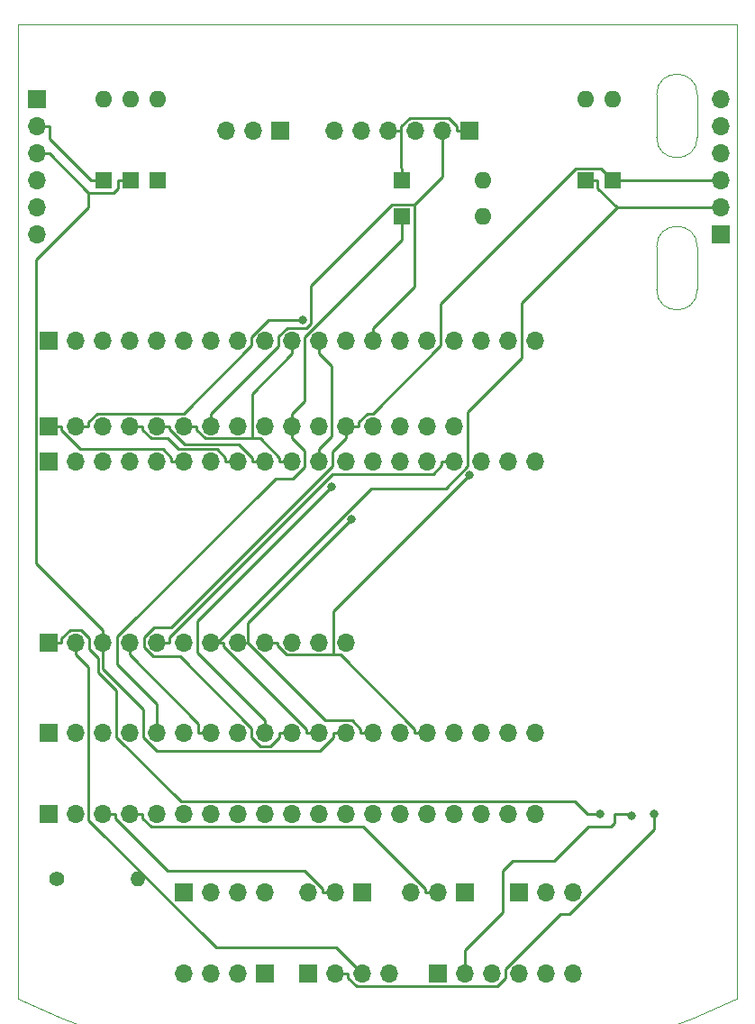
<source format=gbr>
G04 #@! TF.GenerationSoftware,KiCad,Pcbnew,(5.1.2)-2*
G04 #@! TF.CreationDate,2020-07-24T13:05:48-04:00*
G04 #@! TF.ProjectId,shim-PCB,7368696d-2d50-4434-922e-6b696361645f,rev?*
G04 #@! TF.SameCoordinates,Original*
G04 #@! TF.FileFunction,Copper,L2,Inr*
G04 #@! TF.FilePolarity,Positive*
%FSLAX46Y46*%
G04 Gerber Fmt 4.6, Leading zero omitted, Abs format (unit mm)*
G04 Created by KiCad (PCBNEW (5.1.2)-2) date 2020-07-24 13:05:48*
%MOMM*%
%LPD*%
G04 APERTURE LIST*
%ADD10C,0.050000*%
%ADD11R,1.700000X1.700000*%
%ADD12O,1.700000X1.700000*%
%ADD13C,1.400000*%
%ADD14O,1.400000X1.400000*%
%ADD15R,1.600000X1.600000*%
%ADD16O,1.600000X1.600000*%
%ADD17C,0.800000*%
%ADD18C,0.250000*%
G04 APERTURE END LIST*
D10*
X107878075Y-48006000D02*
X175425701Y-48006000D01*
X107878075Y-135724057D02*
X107878075Y-139534057D01*
X171682092Y-54560466D02*
X171682092Y-58605279D01*
X107878075Y-47997753D02*
X175425701Y-47997753D01*
X171682092Y-68852374D02*
X171682092Y-72897189D01*
X171682092Y-58605279D02*
G75*
G02X167872092Y-58605279I-1905000J0D01*
G01*
X167872092Y-68852374D02*
G75*
G02X171682092Y-68852374I1905000J0D01*
G01*
X175425701Y-47997753D02*
X175425701Y-139534057D01*
X167872092Y-58605279D02*
X167872092Y-54560466D01*
X167872092Y-54560466D02*
G75*
G02X171682092Y-54560466I1905000J0D01*
G01*
X171682092Y-72897189D02*
G75*
G02X167872092Y-72897189I-1905000J0D01*
G01*
X107878075Y-135724057D02*
X107878075Y-47997753D01*
X167872092Y-72897189D02*
X167872092Y-68852374D01*
X175371400Y-139560075D02*
G75*
G02X107878075Y-139534057I-33719511J70447727D01*
G01*
D11*
X154940000Y-129540000D03*
D12*
X157480000Y-129540000D03*
X160020000Y-129540000D03*
D13*
X111506000Y-128270000D03*
D14*
X119126000Y-128270000D03*
D15*
X118414000Y-62654400D03*
D16*
X118414000Y-55034400D03*
D15*
X120954000Y-62654400D03*
D16*
X120954000Y-55034400D03*
D11*
X110744000Y-85700500D03*
D12*
X113284000Y-85700500D03*
X115824000Y-85700500D03*
X118364000Y-85700500D03*
X120904000Y-85700500D03*
X123444000Y-85700500D03*
X125984000Y-85700500D03*
X128524000Y-85700500D03*
X131064000Y-85700500D03*
X133604000Y-85700500D03*
X136144000Y-85700500D03*
X138684000Y-85700500D03*
X141224000Y-85700500D03*
X143764000Y-85700500D03*
X146304000Y-85700500D03*
X148844000Y-85700500D03*
D11*
X131064000Y-137160000D03*
D12*
X128524000Y-137160000D03*
X125984000Y-137160000D03*
X123444000Y-137160000D03*
D11*
X135128000Y-137160000D03*
D12*
X137668000Y-137160000D03*
X140208000Y-137160000D03*
X142748000Y-137160000D03*
D11*
X147320000Y-137160000D03*
D12*
X149860000Y-137160000D03*
X152400000Y-137160000D03*
X154940000Y-137160000D03*
X157480000Y-137160000D03*
X160020000Y-137160000D03*
D11*
X149860000Y-129540000D03*
D12*
X147320000Y-129540000D03*
X144780000Y-129540000D03*
X135128000Y-129540000D03*
X137668000Y-129540000D03*
D11*
X140208000Y-129540000D03*
X123444000Y-129540000D03*
D12*
X125984000Y-129540000D03*
X128524000Y-129540000D03*
X131064000Y-129540000D03*
X156464000Y-122174000D03*
X153924000Y-122174000D03*
X151384000Y-122174000D03*
X148844000Y-122174000D03*
X146304000Y-122174000D03*
X143764000Y-122174000D03*
X141224000Y-122174000D03*
X138684000Y-122174000D03*
X136144000Y-122174000D03*
X133604000Y-122174000D03*
X131064000Y-122174000D03*
X128524000Y-122174000D03*
X125984000Y-122174000D03*
X123444000Y-122174000D03*
X120904000Y-122174000D03*
X118364000Y-122174000D03*
X115824000Y-122174000D03*
X113284000Y-122174000D03*
D11*
X110744000Y-122174000D03*
D12*
X156464000Y-114554000D03*
X153924000Y-114554000D03*
X151384000Y-114554000D03*
X148844000Y-114554000D03*
X146304000Y-114554000D03*
X143764000Y-114554000D03*
X141224000Y-114554000D03*
X138684000Y-114554000D03*
X136144000Y-114554000D03*
X133604000Y-114554000D03*
X131064000Y-114554000D03*
X128524000Y-114554000D03*
X125984000Y-114554000D03*
X123444000Y-114554000D03*
X120904000Y-114554000D03*
X118364000Y-114554000D03*
X115824000Y-114554000D03*
X113284000Y-114554000D03*
D11*
X110744000Y-114554000D03*
X110744000Y-106020000D03*
D12*
X113284000Y-106020000D03*
X115824000Y-106020000D03*
X118364000Y-106020000D03*
X120904000Y-106020000D03*
X123444000Y-106020000D03*
X125984000Y-106020000D03*
X128524000Y-106020000D03*
X131064000Y-106020000D03*
X133604000Y-106020000D03*
X136144000Y-106020000D03*
X138684000Y-106020000D03*
D11*
X110744000Y-89052400D03*
D12*
X113284000Y-89052400D03*
X115824000Y-89052400D03*
X118364000Y-89052400D03*
X120904000Y-89052400D03*
X123444000Y-89052400D03*
X125984000Y-89052400D03*
X128524000Y-89052400D03*
X131064000Y-89052400D03*
X133604000Y-89052400D03*
X136144000Y-89052400D03*
X138684000Y-89052400D03*
X141224000Y-89052400D03*
X143764000Y-89052400D03*
X146304000Y-89052400D03*
X148844000Y-89052400D03*
X151384000Y-89052400D03*
X153924000Y-89052400D03*
X156464000Y-89052400D03*
D11*
X110744000Y-77724000D03*
D12*
X113284000Y-77724000D03*
X115824000Y-77724000D03*
X118364000Y-77724000D03*
X120904000Y-77724000D03*
X123444000Y-77724000D03*
X125984000Y-77724000D03*
X128524000Y-77724000D03*
X131064000Y-77724000D03*
X133604000Y-77724000D03*
X136144000Y-77724000D03*
X138684000Y-77724000D03*
X141224000Y-77724000D03*
X143764000Y-77724000D03*
X146304000Y-77724000D03*
X148844000Y-77724000D03*
X151384000Y-77724000D03*
X153924000Y-77724000D03*
X156464000Y-77724000D03*
D11*
X132525000Y-57944400D03*
D12*
X129985000Y-57944400D03*
X127445000Y-57944400D03*
D11*
X150305000Y-57944400D03*
D12*
X147765000Y-57944400D03*
X145225000Y-57944400D03*
X142685000Y-57944400D03*
X140145000Y-57944400D03*
X137605000Y-57944400D03*
D11*
X173914000Y-67716400D03*
D12*
X173914000Y-65176400D03*
X173914000Y-62636400D03*
X173914000Y-60096400D03*
X173914000Y-57556400D03*
X173914000Y-55016400D03*
X109625000Y-67724400D03*
X109625000Y-65184400D03*
X109625000Y-62644400D03*
X109625000Y-60104400D03*
X109625000Y-57564400D03*
D11*
X109625000Y-55024400D03*
D15*
X143955000Y-66040000D03*
D16*
X151575000Y-66040000D03*
D15*
X143955000Y-62654400D03*
D16*
X151575000Y-62654400D03*
D15*
X163740000Y-62654400D03*
D16*
X163740000Y-55034400D03*
X161200000Y-55034400D03*
D15*
X161200000Y-62654400D03*
D16*
X115874000Y-55034400D03*
D15*
X115874000Y-62654400D03*
D17*
X134638700Y-75771500D03*
X137319300Y-91425600D03*
X139204700Y-94427100D03*
X150290500Y-90340200D03*
X162570000Y-122174000D03*
X167650000Y-122174000D03*
X165544500Y-122301000D03*
D18*
X113284000Y-85700500D02*
X114459300Y-85700500D01*
X134638700Y-75771500D02*
X131350900Y-75771500D01*
X131350900Y-75771500D02*
X129794000Y-77328400D01*
X129794000Y-77328400D02*
X129794000Y-78142400D01*
X129794000Y-78142400D02*
X123411200Y-84525200D01*
X123411200Y-84525200D02*
X115267200Y-84525200D01*
X115267200Y-84525200D02*
X114459300Y-85333100D01*
X114459300Y-85333100D02*
X114459300Y-85700500D01*
X136144000Y-89052400D02*
X136144000Y-87877100D01*
X136144000Y-77724000D02*
X136144000Y-78899300D01*
X136144000Y-78899300D02*
X137319300Y-80074600D01*
X137319300Y-80074600D02*
X137319300Y-86701800D01*
X137319300Y-86701800D02*
X136144000Y-87877100D01*
X128524000Y-89052400D02*
X127348700Y-89052400D01*
X127348700Y-89052400D02*
X127348700Y-88685000D01*
X127348700Y-88685000D02*
X126540800Y-87877100D01*
X126540800Y-87877100D02*
X122900000Y-87877100D01*
X122900000Y-87877100D02*
X121898700Y-86875800D01*
X121898700Y-86875800D02*
X120347200Y-86875800D01*
X120347200Y-86875800D02*
X119539300Y-86067900D01*
X119539300Y-86067900D02*
X119539300Y-85700500D01*
X118364000Y-85700500D02*
X119539300Y-85700500D01*
X120904000Y-85700500D02*
X122079300Y-85700500D01*
X131064000Y-89052400D02*
X129888700Y-89052400D01*
X129888700Y-89052400D02*
X129888700Y-88685100D01*
X129888700Y-88685100D02*
X128630300Y-87426700D01*
X128630300Y-87426700D02*
X123504200Y-87426700D01*
X123504200Y-87426700D02*
X122079300Y-86001800D01*
X122079300Y-86001800D02*
X122079300Y-85700500D01*
X137668000Y-129540000D02*
X136492700Y-129540000D01*
X115824000Y-122174000D02*
X116999300Y-122174000D01*
X116999300Y-122174000D02*
X116999300Y-122541300D01*
X116999300Y-122541300D02*
X121934400Y-127476400D01*
X121934400Y-127476400D02*
X134796400Y-127476400D01*
X134796400Y-127476400D02*
X136492700Y-129172700D01*
X136492700Y-129172700D02*
X136492700Y-129540000D01*
X147320000Y-129540000D02*
X146144700Y-129540000D01*
X118364000Y-122174000D02*
X119539300Y-122174000D01*
X119539300Y-122174000D02*
X119539300Y-122541400D01*
X119539300Y-122541400D02*
X120347200Y-123349300D01*
X120347200Y-123349300D02*
X140321300Y-123349300D01*
X140321300Y-123349300D02*
X146144700Y-129172700D01*
X146144700Y-129172700D02*
X146144700Y-129540000D01*
X133604000Y-85700500D02*
X133604000Y-86875800D01*
X120904000Y-114554000D02*
X120904000Y-111836500D01*
X120904000Y-111836500D02*
X117187000Y-108119500D01*
X117187000Y-108119500D02*
X117187000Y-105495300D01*
X117187000Y-105495300D02*
X132060800Y-90621500D01*
X132060800Y-90621500D02*
X133697400Y-90621500D01*
X133697400Y-90621500D02*
X134779300Y-89539600D01*
X134779300Y-89539600D02*
X134779300Y-88051100D01*
X134779300Y-88051100D02*
X133604000Y-86875800D01*
X133604000Y-85700500D02*
X133604000Y-84525200D01*
X143955000Y-66040000D02*
X143955000Y-68184200D01*
X143955000Y-68184200D02*
X134779300Y-77359900D01*
X134779300Y-77359900D02*
X134779300Y-83349900D01*
X134779300Y-83349900D02*
X133604000Y-84525200D01*
X125984000Y-114554000D02*
X124808700Y-114554000D01*
X118364000Y-106020000D02*
X118364000Y-107195300D01*
X118364000Y-107195300D02*
X124808700Y-113640000D01*
X124808700Y-113640000D02*
X124808700Y-114554000D01*
X109625000Y-57564400D02*
X110800300Y-57564400D01*
X115874000Y-62654400D02*
X114748700Y-62654400D01*
X114748700Y-62654400D02*
X110800300Y-58706000D01*
X110800300Y-58706000D02*
X110800300Y-57564400D01*
X131064000Y-114554000D02*
X131064000Y-113378700D01*
X131064000Y-113378700D02*
X124714000Y-107028700D01*
X124714000Y-107028700D02*
X124714000Y-104030900D01*
X124714000Y-104030900D02*
X137319300Y-91425600D01*
X138684000Y-85700500D02*
X138684000Y-86875800D01*
X133604000Y-114554000D02*
X132428700Y-114554000D01*
X132428700Y-114554000D02*
X132428700Y-114921300D01*
X132428700Y-114921300D02*
X131580300Y-115769700D01*
X131580300Y-115769700D02*
X130617400Y-115769700D01*
X130617400Y-115769700D02*
X129794000Y-114946300D01*
X129794000Y-114946300D02*
X129794000Y-114064500D01*
X129794000Y-114064500D02*
X123075100Y-107345600D01*
X123075100Y-107345600D02*
X120556000Y-107345600D01*
X120556000Y-107345600D02*
X119727200Y-106516800D01*
X119727200Y-106516800D02*
X119727200Y-105523800D01*
X119727200Y-105523800D02*
X120641000Y-104610000D01*
X120641000Y-104610000D02*
X122248700Y-104610000D01*
X122248700Y-104610000D02*
X137414000Y-89444700D01*
X137414000Y-89444700D02*
X137414000Y-88145800D01*
X137414000Y-88145800D02*
X138684000Y-86875800D01*
X163740000Y-62654400D02*
X162614600Y-61529000D01*
X162614600Y-61529000D02*
X160244800Y-61529000D01*
X160244800Y-61529000D02*
X147574000Y-74199800D01*
X147574000Y-74199800D02*
X147574000Y-78142400D01*
X147574000Y-78142400D02*
X141191200Y-84525200D01*
X141191200Y-84525200D02*
X140667200Y-84525200D01*
X140667200Y-84525200D02*
X139859300Y-85333100D01*
X139859300Y-85333100D02*
X139859300Y-85700500D01*
X163740000Y-62654400D02*
X172720700Y-62654400D01*
X172720700Y-62654400D02*
X172738700Y-62636400D01*
X138684000Y-85700500D02*
X139859300Y-85700500D01*
X173914000Y-62636400D02*
X172738700Y-62636400D01*
X126571700Y-106020000D02*
X141036100Y-91555600D01*
X141036100Y-91555600D02*
X148037100Y-91555600D01*
X148037100Y-91555600D02*
X150114000Y-89478700D01*
X150114000Y-89478700D02*
X150114000Y-84373000D01*
X150114000Y-84373000D02*
X155194000Y-79293000D01*
X155194000Y-79293000D02*
X155194000Y-74126400D01*
X155194000Y-74126400D02*
X164144000Y-65176400D01*
X164144000Y-65176400D02*
X173914000Y-65176400D01*
X162325300Y-62654400D02*
X162325300Y-63357700D01*
X162325300Y-63357700D02*
X164144000Y-65176400D01*
X126571700Y-106020000D02*
X127159300Y-106020000D01*
X125984000Y-106020000D02*
X126571700Y-106020000D01*
X136144000Y-114554000D02*
X134968700Y-114554000D01*
X127159300Y-106020000D02*
X127159300Y-106387400D01*
X127159300Y-106387400D02*
X134968700Y-114196800D01*
X134968700Y-114196800D02*
X134968700Y-114554000D01*
X161200000Y-62654400D02*
X162325300Y-62654400D01*
X114475700Y-63779800D02*
X110800300Y-60104400D01*
X117288700Y-62654400D02*
X117288700Y-63357700D01*
X117288700Y-63357700D02*
X116866600Y-63779800D01*
X116866600Y-63779800D02*
X114475700Y-63779800D01*
X114475700Y-63779800D02*
X114475700Y-65194100D01*
X114475700Y-65194100D02*
X109568600Y-70101200D01*
X109568600Y-70101200D02*
X109568600Y-98589300D01*
X109568600Y-98589300D02*
X115824000Y-104844700D01*
X115824000Y-106020000D02*
X115824000Y-104844700D01*
X109625000Y-60104400D02*
X110800300Y-60104400D01*
X118414000Y-62654400D02*
X117288700Y-62654400D01*
X138684000Y-114554000D02*
X137508700Y-114554000D01*
X115824000Y-106020000D02*
X115824000Y-108557100D01*
X115824000Y-108557100D02*
X119634000Y-112367100D01*
X119634000Y-112367100D02*
X119634000Y-114948600D01*
X119634000Y-114948600D02*
X120911700Y-116226300D01*
X120911700Y-116226300D02*
X136201700Y-116226300D01*
X136201700Y-116226300D02*
X137508700Y-114919300D01*
X137508700Y-114919300D02*
X137508700Y-114554000D01*
X129404000Y-106020000D02*
X129404000Y-104227800D01*
X129404000Y-104227800D02*
X139204700Y-94427100D01*
X140048700Y-114554000D02*
X140048700Y-114186600D01*
X140048700Y-114186600D02*
X139240800Y-113378700D01*
X139240800Y-113378700D02*
X136688300Y-113378700D01*
X136688300Y-113378700D02*
X129404000Y-106094400D01*
X129404000Y-106094400D02*
X129404000Y-106020000D01*
X141224000Y-114554000D02*
X140048700Y-114554000D01*
X128524000Y-106020000D02*
X129404000Y-106020000D01*
X137504400Y-107195300D02*
X138137300Y-107195300D01*
X138137300Y-107195300D02*
X145128700Y-114186700D01*
X145128700Y-114186700D02*
X145128700Y-114554000D01*
X132239300Y-106020000D02*
X132239300Y-106349000D01*
X132239300Y-106349000D02*
X133085600Y-107195300D01*
X133085600Y-107195300D02*
X137504400Y-107195300D01*
X137504400Y-107195300D02*
X137504400Y-103126300D01*
X137504400Y-103126300D02*
X150290500Y-90340200D01*
X146304000Y-114554000D02*
X145128700Y-114554000D01*
X131064000Y-106020000D02*
X132239300Y-106020000D01*
X110744000Y-106020000D02*
X111919300Y-106020000D01*
X162570000Y-122174000D02*
X161394700Y-122174000D01*
X161394700Y-122174000D02*
X160219400Y-120998700D01*
X160219400Y-120998700D02*
X123146300Y-120998700D01*
X123146300Y-120998700D02*
X117094000Y-114946400D01*
X117094000Y-114946400D02*
X117094000Y-110551600D01*
X117094000Y-110551600D02*
X115373600Y-108831200D01*
X115373600Y-108831200D02*
X115373600Y-107469800D01*
X115373600Y-107469800D02*
X114554000Y-106650200D01*
X114554000Y-106650200D02*
X114554000Y-105599200D01*
X114554000Y-105599200D02*
X113799500Y-104844700D01*
X113799500Y-104844700D02*
X112727200Y-104844700D01*
X112727200Y-104844700D02*
X111919300Y-105652600D01*
X111919300Y-105652600D02*
X111919300Y-106020000D01*
X113284000Y-106020000D02*
X113284000Y-107195300D01*
X113284000Y-107195300D02*
X114459300Y-108370600D01*
X114459300Y-108370600D02*
X114459300Y-122722800D01*
X114459300Y-122722800D02*
X126451100Y-134714600D01*
X126451100Y-134714600D02*
X137762600Y-134714600D01*
X137762600Y-134714600D02*
X140208000Y-137160000D01*
X137668000Y-137160000D02*
X138843300Y-137160000D01*
X167650000Y-122174000D02*
X167650000Y-123577100D01*
X167650000Y-123577100D02*
X159668300Y-131558800D01*
X159668300Y-131558800D02*
X158850000Y-131558800D01*
X158850000Y-131558800D02*
X153670000Y-136738800D01*
X153670000Y-136738800D02*
X153670000Y-137561300D01*
X153670000Y-137561300D02*
X152896000Y-138335300D01*
X152896000Y-138335300D02*
X139651200Y-138335300D01*
X139651200Y-138335300D02*
X138843300Y-137527400D01*
X138843300Y-137527400D02*
X138843300Y-137160000D01*
X123444000Y-89052400D02*
X122268700Y-89052400D01*
X110744000Y-85700500D02*
X111919300Y-85700500D01*
X111919300Y-85700500D02*
X111919300Y-86067900D01*
X111919300Y-86067900D02*
X113728500Y-87877100D01*
X113728500Y-87877100D02*
X121460800Y-87877100D01*
X121460800Y-87877100D02*
X122268700Y-88685000D01*
X122268700Y-88685000D02*
X122268700Y-89052400D01*
X129845600Y-86875800D02*
X125427200Y-86875800D01*
X125427200Y-86875800D02*
X124619300Y-86067900D01*
X124619300Y-86067900D02*
X124619300Y-85700500D01*
X132428700Y-89052400D02*
X132428700Y-88685100D01*
X132428700Y-88685100D02*
X130619400Y-86875800D01*
X130619400Y-86875800D02*
X129845600Y-86875800D01*
X133604000Y-78899300D02*
X129845600Y-82657700D01*
X129845600Y-82657700D02*
X129845600Y-86875800D01*
X133604000Y-77724000D02*
X133604000Y-78899300D01*
X123444000Y-85700500D02*
X124619300Y-85700500D01*
X133604000Y-89052400D02*
X132428700Y-89052400D01*
X125984000Y-84525200D02*
X132334000Y-78175200D01*
X132334000Y-78175200D02*
X132334000Y-77314100D01*
X132334000Y-77314100D02*
X133151300Y-76496800D01*
X133151300Y-76496800D02*
X134939200Y-76496800D01*
X134939200Y-76496800D02*
X135385800Y-76050200D01*
X135385800Y-76050200D02*
X135385800Y-72523200D01*
X135385800Y-72523200D02*
X143001200Y-64907800D01*
X143001200Y-64907800D02*
X145132800Y-64907800D01*
X145132800Y-64907800D02*
X147765000Y-62275600D01*
X147765000Y-62275600D02*
X147765000Y-57944400D01*
X141224000Y-76548700D02*
X145132800Y-72639900D01*
X145132800Y-72639900D02*
X145132800Y-64907800D01*
X125984000Y-85700500D02*
X125984000Y-84525200D01*
X141224000Y-77724000D02*
X141224000Y-76548700D01*
X120904000Y-106020000D02*
X122079300Y-106020000D01*
X148844000Y-89052400D02*
X147668700Y-89052400D01*
X147668700Y-89052400D02*
X147668700Y-89419800D01*
X147668700Y-89419800D02*
X146860800Y-90227700D01*
X146860800Y-90227700D02*
X137420900Y-90227700D01*
X137420900Y-90227700D02*
X122079300Y-105569300D01*
X122079300Y-105569300D02*
X122079300Y-106020000D01*
X143955000Y-62654400D02*
X143955000Y-61529100D01*
X143955000Y-61529100D02*
X143860300Y-61434400D01*
X143860300Y-61434400D02*
X143860300Y-57944400D01*
X150305000Y-57944400D02*
X149129700Y-57944400D01*
X142685000Y-57944400D02*
X143860300Y-57944400D01*
X143860300Y-57944400D02*
X143860300Y-57577100D01*
X143860300Y-57577100D02*
X144668300Y-56769100D01*
X144668300Y-56769100D02*
X148321800Y-56769100D01*
X148321800Y-56769100D02*
X149129700Y-57577000D01*
X149129700Y-57577000D02*
X149129700Y-57944400D01*
X163934700Y-122174000D02*
X163934700Y-122982100D01*
X163934700Y-122982100D02*
X163567500Y-123349300D01*
X163567500Y-123349300D02*
X161448200Y-123349300D01*
X149860000Y-134937500D02*
X149860000Y-137160000D01*
X165417500Y-122174000D02*
X165544500Y-122301000D01*
X164592000Y-122174000D02*
X165417500Y-122174000D01*
X164592000Y-122174000D02*
X163934700Y-122174000D01*
X165110000Y-122174000D02*
X164592000Y-122174000D01*
X158210250Y-126587250D02*
X154336750Y-126587250D01*
X161448200Y-123349300D02*
X158210250Y-126587250D01*
X153416000Y-127508000D02*
X153416000Y-131381500D01*
X154336750Y-126587250D02*
X153416000Y-127508000D01*
X153416000Y-131381500D02*
X149860000Y-134937500D01*
M02*

</source>
